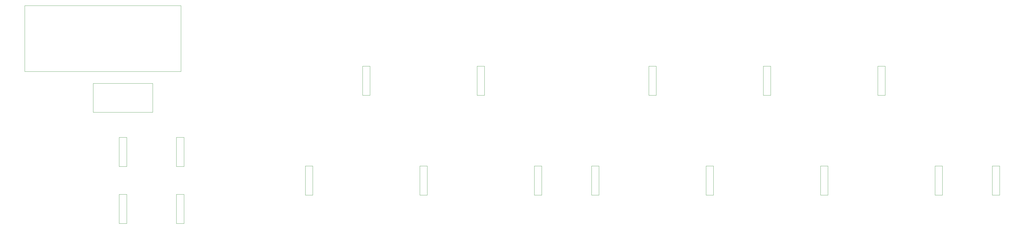
<source format=gbr>
G04 #@! TF.GenerationSoftware,KiCad,Pcbnew,8.0.3*
G04 #@! TF.CreationDate,2024-07-25T17:07:34-07:00*
G04 #@! TF.ProjectId,melokey,6d656c6f-6b65-4792-9e6b-696361645f70,rev?*
G04 #@! TF.SameCoordinates,Original*
G04 #@! TF.FileFunction,Other,User*
%FSLAX46Y46*%
G04 Gerber Fmt 4.6, Leading zero omitted, Abs format (unit mm)*
G04 Created by KiCad (PCBNEW 8.0.3) date 2024-07-25 17:07:34*
%MOMM*%
%LPD*%
G01*
G04 APERTURE LIST*
%ADD10C,0.050000*%
%ADD11C,0.120000*%
G04 APERTURE END LIST*
D10*
G04 #@! TO.C,D17*
X103366250Y-208817500D02*
X103366250Y-218537500D01*
X103366250Y-218537500D02*
X105866250Y-218537500D01*
X105866250Y-208817500D02*
X103366250Y-208817500D01*
X105866250Y-218537500D02*
X105866250Y-208817500D01*
G04 #@! TO.C,D11*
X260528750Y-165955000D02*
X260528750Y-175675000D01*
X260528750Y-175675000D02*
X263028750Y-175675000D01*
X263028750Y-165955000D02*
X260528750Y-165955000D01*
X263028750Y-175675000D02*
X263028750Y-165955000D01*
G04 #@! TO.C,D4*
X241478750Y-199292500D02*
X241478750Y-209012500D01*
X241478750Y-209012500D02*
X243978750Y-209012500D01*
X243978750Y-199292500D02*
X241478750Y-199292500D01*
X243978750Y-209012500D02*
X243978750Y-199292500D01*
G04 #@! TO.C,D10*
X203378750Y-165955000D02*
X203378750Y-175675000D01*
X203378750Y-175675000D02*
X205878750Y-175675000D01*
X205878750Y-165955000D02*
X203378750Y-165955000D01*
X205878750Y-175675000D02*
X205878750Y-165955000D01*
G04 #@! TO.C,D14*
X84316250Y-189767500D02*
X84316250Y-199487500D01*
X84316250Y-199487500D02*
X86816250Y-199487500D01*
X86816250Y-189767500D02*
X84316250Y-189767500D01*
X86816250Y-199487500D02*
X86816250Y-189767500D01*
G04 #@! TO.C,D8*
X374828750Y-199292500D02*
X374828750Y-209012500D01*
X374828750Y-209012500D02*
X377328750Y-209012500D01*
X377328750Y-199292500D02*
X374828750Y-199292500D01*
X377328750Y-209012500D02*
X377328750Y-199292500D01*
G04 #@! TO.C,D15*
X103366250Y-189767500D02*
X103366250Y-199487500D01*
X103366250Y-199487500D02*
X105866250Y-199487500D01*
X105866250Y-189767500D02*
X103366250Y-189767500D01*
X105866250Y-199487500D02*
X105866250Y-189767500D01*
G04 #@! TO.C,D2*
X184328750Y-199292500D02*
X184328750Y-209012500D01*
X184328750Y-209012500D02*
X186828750Y-209012500D01*
X186828750Y-199292500D02*
X184328750Y-199292500D01*
X186828750Y-209012500D02*
X186828750Y-199292500D01*
G04 #@! TO.C,D3*
X222428750Y-199292500D02*
X222428750Y-209012500D01*
X222428750Y-209012500D02*
X224928750Y-209012500D01*
X224928750Y-199292500D02*
X222428750Y-199292500D01*
X224928750Y-209012500D02*
X224928750Y-199292500D01*
G04 #@! TO.C,D12*
X298628750Y-165955000D02*
X298628750Y-175675000D01*
X298628750Y-175675000D02*
X301128750Y-175675000D01*
X301128750Y-165955000D02*
X298628750Y-165955000D01*
X301128750Y-175675000D02*
X301128750Y-165955000D01*
G04 #@! TO.C,U2*
X75663750Y-171740000D02*
X75663750Y-181320000D01*
X75663750Y-181320000D02*
X95468750Y-181320000D01*
X95468750Y-171740000D02*
X75663750Y-171740000D01*
X95468750Y-181320000D02*
X95468750Y-171740000D01*
G04 #@! TO.C,D1*
X146228750Y-199292500D02*
X146228750Y-209012500D01*
X146228750Y-209012500D02*
X148728750Y-209012500D01*
X148728750Y-199292500D02*
X146228750Y-199292500D01*
X148728750Y-209012500D02*
X148728750Y-199292500D01*
G04 #@! TO.C,D7*
X355778750Y-199292500D02*
X355778750Y-209012500D01*
X355778750Y-209012500D02*
X358278750Y-209012500D01*
X358278750Y-199292500D02*
X355778750Y-199292500D01*
X358278750Y-209012500D02*
X358278750Y-199292500D01*
D11*
G04 #@! TO.C,U1*
X52826250Y-145687500D02*
X104826250Y-145687500D01*
X52826250Y-167687500D02*
X52826250Y-145687500D01*
X104826250Y-145687500D02*
X104826250Y-167687500D01*
X104826250Y-167687500D02*
X52826250Y-167687500D01*
D10*
G04 #@! TO.C,D13*
X336728750Y-165955000D02*
X336728750Y-175675000D01*
X336728750Y-175675000D02*
X339228750Y-175675000D01*
X339228750Y-165955000D02*
X336728750Y-165955000D01*
X339228750Y-175675000D02*
X339228750Y-165955000D01*
G04 #@! TO.C,D5*
X279578750Y-199292500D02*
X279578750Y-209012500D01*
X279578750Y-209012500D02*
X282078750Y-209012500D01*
X282078750Y-199292500D02*
X279578750Y-199292500D01*
X282078750Y-209012500D02*
X282078750Y-199292500D01*
G04 #@! TO.C,D16*
X84316250Y-208817500D02*
X84316250Y-218537500D01*
X84316250Y-218537500D02*
X86816250Y-218537500D01*
X86816250Y-208817500D02*
X84316250Y-208817500D01*
X86816250Y-218537500D02*
X86816250Y-208817500D01*
G04 #@! TO.C,D6*
X317678750Y-199292500D02*
X317678750Y-209012500D01*
X317678750Y-209012500D02*
X320178750Y-209012500D01*
X320178750Y-199292500D02*
X317678750Y-199292500D01*
X320178750Y-209012500D02*
X320178750Y-199292500D01*
G04 #@! TO.C,D9*
X165278750Y-165955000D02*
X165278750Y-175675000D01*
X165278750Y-175675000D02*
X167778750Y-175675000D01*
X167778750Y-165955000D02*
X165278750Y-165955000D01*
X167778750Y-175675000D02*
X167778750Y-165955000D01*
G04 #@! TD*
M02*

</source>
